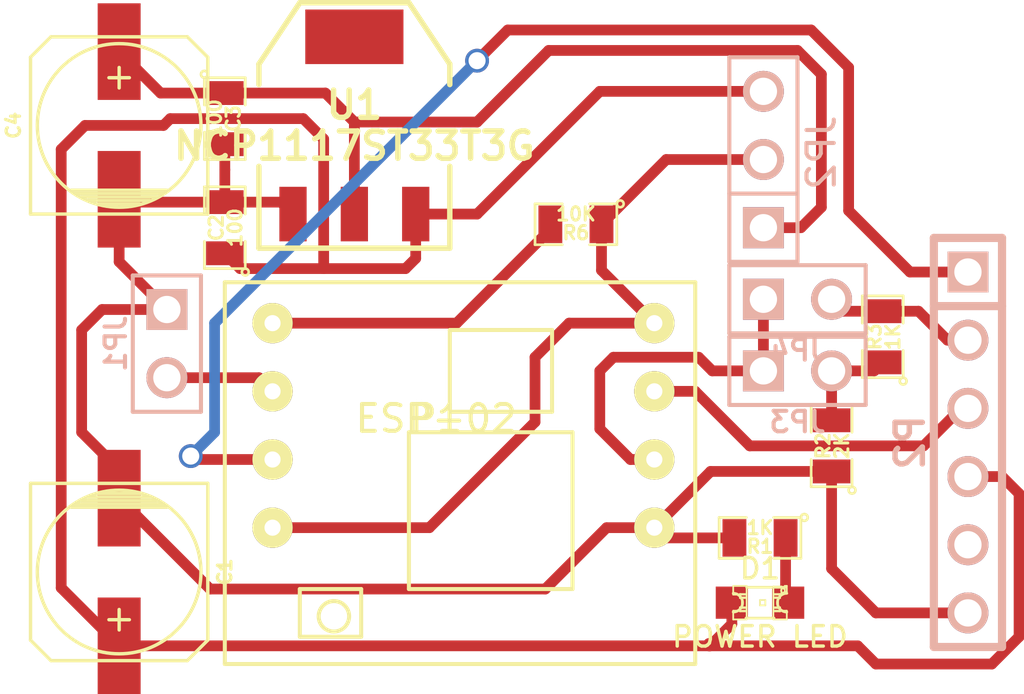
<source format=kicad_pcb>
(kicad_pcb (version 3) (host pcbnew "(2013-jul-07)-stable")

  (general
    (links 30)
    (no_connects 0)
    (area 98.62312 95.70212 137.6426 130.704258)
    (thickness 1.6)
    (drawings 0)
    (tracks 115)
    (zones 0)
    (modules 16)
    (nets 13)
  )

  (page A3)
  (layers
    (15 F.Cu signal)
    (0 B.Cu signal)
    (16 B.Adhes user)
    (17 F.Adhes user)
    (18 B.Paste user)
    (19 F.Paste user)
    (20 B.SilkS user)
    (21 F.SilkS user)
    (22 B.Mask user)
    (23 F.Mask user)
    (24 Dwgs.User user)
    (25 Cmts.User user)
    (26 Eco1.User user)
    (27 Eco2.User user)
    (28 Edge.Cuts user)
  )

  (setup
    (last_trace_width 0.4)
    (user_trace_width 0.4)
    (trace_clearance 0.254)
    (zone_clearance 0.508)
    (zone_45_only no)
    (trace_min 0.254)
    (segment_width 0.2)
    (edge_width 0.15)
    (via_size 0.889)
    (via_drill 0.635)
    (via_min_size 0.889)
    (via_min_drill 0.508)
    (uvia_size 0.508)
    (uvia_drill 0.127)
    (uvias_allowed no)
    (uvia_min_size 0.508)
    (uvia_min_drill 0.127)
    (pcb_text_width 0.3)
    (pcb_text_size 1 1)
    (mod_edge_width 0.15)
    (mod_text_size 1 1)
    (mod_text_width 0.15)
    (pad_size 1 1)
    (pad_drill 0.6)
    (pad_to_mask_clearance 0)
    (aux_axis_origin 0 0)
    (visible_elements FFFFFFBF)
    (pcbplotparams
      (layerselection 3178497)
      (usegerberextensions true)
      (excludeedgelayer true)
      (linewidth 0.150000)
      (plotframeref false)
      (viasonmask false)
      (mode 1)
      (useauxorigin false)
      (hpglpennumber 1)
      (hpglpenspeed 20)
      (hpglpendiameter 15)
      (hpglpenoverlay 2)
      (psnegative false)
      (psa4output false)
      (plotreference true)
      (plotvalue true)
      (plotothertext true)
      (plotinvisibletext false)
      (padsonsilk false)
      (subtractmaskfromsilk false)
      (outputformat 1)
      (mirror false)
      (drillshape 1)
      (scaleselection 1)
      (outputdirectory ""))
  )

  (net 0 "")
  (net 1 GND)
  (net 2 N-000001)
  (net 3 N-0000011)
  (net 4 N-0000012)
  (net 5 N-0000013)
  (net 6 N-0000014)
  (net 7 N-000002)
  (net 8 N-000003)
  (net 9 N-000004)
  (net 10 N-000006)
  (net 11 N-000008)
  (net 12 N-000009)

  (net_class Default "This is the default net class."
    (clearance 0.254)
    (trace_width 0.254)
    (via_dia 0.889)
    (via_drill 0.635)
    (uvia_dia 0.508)
    (uvia_drill 0.127)
    (add_net "")
    (add_net GND)
    (add_net N-000001)
    (add_net N-0000011)
    (add_net N-0000012)
    (add_net N-0000013)
    (add_net N-0000014)
    (add_net N-000002)
    (add_net N-000003)
    (add_net N-000004)
    (add_net N-000006)
    (add_net N-000008)
    (add_net N-000009)
  )

  (module SOT223 (layer F.Cu) (tedit 200000) (tstamp 568659BC)
    (at 197.485 129.159)
    (descr "module CMS SOT223 4 pins")
    (tags "CMS SOT")
    (path /5634A086)
    (attr smd)
    (fp_text reference U1 (at 0 -0.762) (layer F.SilkS)
      (effects (font (size 1.016 1.016) (thickness 0.2032)))
    )
    (fp_text value NCP1117ST33T3G (at 0 0.762) (layer F.SilkS)
      (effects (font (size 1.016 1.016) (thickness 0.2032)))
    )
    (fp_line (start -3.556 1.524) (end -3.556 4.572) (layer F.SilkS) (width 0.2032))
    (fp_line (start -3.556 4.572) (end 3.556 4.572) (layer F.SilkS) (width 0.2032))
    (fp_line (start 3.556 4.572) (end 3.556 1.524) (layer F.SilkS) (width 0.2032))
    (fp_line (start -3.556 -1.524) (end -3.556 -2.286) (layer F.SilkS) (width 0.2032))
    (fp_line (start -3.556 -2.286) (end -2.032 -4.572) (layer F.SilkS) (width 0.2032))
    (fp_line (start -2.032 -4.572) (end 2.032 -4.572) (layer F.SilkS) (width 0.2032))
    (fp_line (start 2.032 -4.572) (end 3.556 -2.286) (layer F.SilkS) (width 0.2032))
    (fp_line (start 3.556 -2.286) (end 3.556 -1.524) (layer F.SilkS) (width 0.2032))
    (pad 4 smd rect (at 0 -3.302) (size 3.6576 2.032)
      (layers F.Cu F.Paste F.Mask)
    )
    (pad 2 smd rect (at 0 3.302) (size 1.016 2.032)
      (layers F.Cu F.Paste F.Mask)
      (net 12 N-000009)
    )
    (pad 3 smd rect (at 2.286 3.302) (size 1.016 2.032)
      (layers F.Cu F.Paste F.Mask)
      (net 11 N-000008)
    )
    (pad 1 smd rect (at -2.286 3.302) (size 1.016 2.032)
      (layers F.Cu F.Paste F.Mask)
      (net 1 GND)
    )
    (model smd/SOT223.wrl
      (at (xyz 0 0 0))
      (scale (xyz 0.4 0.4 0.4))
      (rotate (xyz 0 0 0))
    )
  )

  (module SM0805 (layer F.Cu) (tedit 5091495C) (tstamp 568659C9)
    (at 215.265 141.097 90)
    (path /5634A1CF)
    (attr smd)
    (fp_text reference R2 (at 0 -0.3175 90) (layer F.SilkS)
      (effects (font (size 0.50038 0.50038) (thickness 0.10922)))
    )
    (fp_text value 2K (at 0 0.381 90) (layer F.SilkS)
      (effects (font (size 0.50038 0.50038) (thickness 0.10922)))
    )
    (fp_circle (center -1.651 0.762) (end -1.651 0.635) (layer F.SilkS) (width 0.09906))
    (fp_line (start -0.508 0.762) (end -1.524 0.762) (layer F.SilkS) (width 0.09906))
    (fp_line (start -1.524 0.762) (end -1.524 -0.762) (layer F.SilkS) (width 0.09906))
    (fp_line (start -1.524 -0.762) (end -0.508 -0.762) (layer F.SilkS) (width 0.09906))
    (fp_line (start 0.508 -0.762) (end 1.524 -0.762) (layer F.SilkS) (width 0.09906))
    (fp_line (start 1.524 -0.762) (end 1.524 0.762) (layer F.SilkS) (width 0.09906))
    (fp_line (start 1.524 0.762) (end 0.508 0.762) (layer F.SilkS) (width 0.09906))
    (pad 1 smd rect (at -0.9525 0 90) (size 0.889 1.397)
      (layers F.Cu F.Paste F.Mask)
      (net 1 GND)
    )
    (pad 2 smd rect (at 0.9525 0 90) (size 0.889 1.397)
      (layers F.Cu F.Paste F.Mask)
      (net 7 N-000002)
    )
    (model smd/chip_cms.wrl
      (at (xyz 0 0 0))
      (scale (xyz 0.1 0.1 0.1))
      (rotate (xyz 0 0 0))
    )
  )

  (module SM0805 (layer F.Cu) (tedit 5091495C) (tstamp 568659D6)
    (at 217.17 137.033 90)
    (path /5634A1D5)
    (attr smd)
    (fp_text reference R3 (at 0 -0.3175 90) (layer F.SilkS)
      (effects (font (size 0.50038 0.50038) (thickness 0.10922)))
    )
    (fp_text value 1K (at 0 0.381 90) (layer F.SilkS)
      (effects (font (size 0.50038 0.50038) (thickness 0.10922)))
    )
    (fp_circle (center -1.651 0.762) (end -1.651 0.635) (layer F.SilkS) (width 0.09906))
    (fp_line (start -0.508 0.762) (end -1.524 0.762) (layer F.SilkS) (width 0.09906))
    (fp_line (start -1.524 0.762) (end -1.524 -0.762) (layer F.SilkS) (width 0.09906))
    (fp_line (start -1.524 -0.762) (end -0.508 -0.762) (layer F.SilkS) (width 0.09906))
    (fp_line (start 0.508 -0.762) (end 1.524 -0.762) (layer F.SilkS) (width 0.09906))
    (fp_line (start 1.524 -0.762) (end 1.524 0.762) (layer F.SilkS) (width 0.09906))
    (fp_line (start 1.524 0.762) (end 0.508 0.762) (layer F.SilkS) (width 0.09906))
    (pad 1 smd rect (at -0.9525 0 90) (size 0.889 1.397)
      (layers F.Cu F.Paste F.Mask)
      (net 7 N-000002)
    )
    (pad 2 smd rect (at 0.9525 0 90) (size 0.889 1.397)
      (layers F.Cu F.Paste F.Mask)
      (net 8 N-000003)
    )
    (model smd/chip_cms.wrl
      (at (xyz 0 0 0))
      (scale (xyz 0.1 0.1 0.1))
      (rotate (xyz 0 0 0))
    )
  )

  (module SM0805 (layer F.Cu) (tedit 5091495C) (tstamp 568659E3)
    (at 192.659 128.905 270)
    (path /5634A978)
    (attr smd)
    (fp_text reference C3 (at 0 -0.3175 270) (layer F.SilkS)
      (effects (font (size 0.50038 0.50038) (thickness 0.10922)))
    )
    (fp_text value 100 (at 0 0.381 270) (layer F.SilkS)
      (effects (font (size 0.50038 0.50038) (thickness 0.10922)))
    )
    (fp_circle (center -1.651 0.762) (end -1.651 0.635) (layer F.SilkS) (width 0.09906))
    (fp_line (start -0.508 0.762) (end -1.524 0.762) (layer F.SilkS) (width 0.09906))
    (fp_line (start -1.524 0.762) (end -1.524 -0.762) (layer F.SilkS) (width 0.09906))
    (fp_line (start -1.524 -0.762) (end -0.508 -0.762) (layer F.SilkS) (width 0.09906))
    (fp_line (start 0.508 -0.762) (end 1.524 -0.762) (layer F.SilkS) (width 0.09906))
    (fp_line (start 1.524 -0.762) (end 1.524 0.762) (layer F.SilkS) (width 0.09906))
    (fp_line (start 1.524 0.762) (end 0.508 0.762) (layer F.SilkS) (width 0.09906))
    (pad 1 smd rect (at -0.9525 0 270) (size 0.889 1.397)
      (layers F.Cu F.Paste F.Mask)
      (net 12 N-000009)
    )
    (pad 2 smd rect (at 0.9525 0 270) (size 0.889 1.397)
      (layers F.Cu F.Paste F.Mask)
      (net 1 GND)
    )
    (model smd/chip_cms.wrl
      (at (xyz 0 0 0))
      (scale (xyz 0.1 0.1 0.1))
      (rotate (xyz 0 0 0))
    )
  )

  (module SM0805 (layer F.Cu) (tedit 5091495C) (tstamp 568659F0)
    (at 192.659 132.969 90)
    (path /5634A97E)
    (attr smd)
    (fp_text reference C2 (at 0 -0.3175 90) (layer F.SilkS)
      (effects (font (size 0.50038 0.50038) (thickness 0.10922)))
    )
    (fp_text value 100 (at 0 0.381 90) (layer F.SilkS)
      (effects (font (size 0.50038 0.50038) (thickness 0.10922)))
    )
    (fp_circle (center -1.651 0.762) (end -1.651 0.635) (layer F.SilkS) (width 0.09906))
    (fp_line (start -0.508 0.762) (end -1.524 0.762) (layer F.SilkS) (width 0.09906))
    (fp_line (start -1.524 0.762) (end -1.524 -0.762) (layer F.SilkS) (width 0.09906))
    (fp_line (start -1.524 -0.762) (end -0.508 -0.762) (layer F.SilkS) (width 0.09906))
    (fp_line (start 0.508 -0.762) (end 1.524 -0.762) (layer F.SilkS) (width 0.09906))
    (fp_line (start 1.524 -0.762) (end 1.524 0.762) (layer F.SilkS) (width 0.09906))
    (fp_line (start 1.524 0.762) (end 0.508 0.762) (layer F.SilkS) (width 0.09906))
    (pad 1 smd rect (at -0.9525 0 90) (size 0.889 1.397)
      (layers F.Cu F.Paste F.Mask)
      (net 11 N-000008)
    )
    (pad 2 smd rect (at 0.9525 0 90) (size 0.889 1.397)
      (layers F.Cu F.Paste F.Mask)
      (net 1 GND)
    )
    (model smd/chip_cms.wrl
      (at (xyz 0 0 0))
      (scale (xyz 0.1 0.1 0.1))
      (rotate (xyz 0 0 0))
    )
  )

  (module SM0805 (layer F.Cu) (tedit 5091495C) (tstamp 568659FD)
    (at 205.74 132.842 180)
    (path /5634AC24)
    (attr smd)
    (fp_text reference R6 (at 0 -0.3175 180) (layer F.SilkS)
      (effects (font (size 0.50038 0.50038) (thickness 0.10922)))
    )
    (fp_text value 10K (at 0 0.381 180) (layer F.SilkS)
      (effects (font (size 0.50038 0.50038) (thickness 0.10922)))
    )
    (fp_circle (center -1.651 0.762) (end -1.651 0.635) (layer F.SilkS) (width 0.09906))
    (fp_line (start -0.508 0.762) (end -1.524 0.762) (layer F.SilkS) (width 0.09906))
    (fp_line (start -1.524 0.762) (end -1.524 -0.762) (layer F.SilkS) (width 0.09906))
    (fp_line (start -1.524 -0.762) (end -0.508 -0.762) (layer F.SilkS) (width 0.09906))
    (fp_line (start 0.508 -0.762) (end 1.524 -0.762) (layer F.SilkS) (width 0.09906))
    (fp_line (start 1.524 -0.762) (end 1.524 0.762) (layer F.SilkS) (width 0.09906))
    (fp_line (start 1.524 0.762) (end 0.508 0.762) (layer F.SilkS) (width 0.09906))
    (pad 1 smd rect (at -0.9525 0 180) (size 0.889 1.397)
      (layers F.Cu F.Paste F.Mask)
      (net 6 N-0000014)
    )
    (pad 2 smd rect (at 0.9525 0 180) (size 0.889 1.397)
      (layers F.Cu F.Paste F.Mask)
      (net 5 N-0000013)
    )
    (model smd/chip_cms.wrl
      (at (xyz 0 0 0))
      (scale (xyz 0.1 0.1 0.1))
      (rotate (xyz 0 0 0))
    )
  )

  (module PIN_ARRAY_3X1 (layer B.Cu) (tedit 4C1130E0) (tstamp 56865A09)
    (at 212.725 130.429 90)
    (descr "Connecteur 3 pins")
    (tags "CONN DEV")
    (path /56865B66)
    (fp_text reference JP2 (at 0.254 2.159 90) (layer B.SilkS)
      (effects (font (size 1.016 1.016) (thickness 0.1524)) (justify mirror))
    )
    (fp_text value 3.3V/5V (at 0 2.159 90) (layer B.SilkS) hide
      (effects (font (size 1.016 1.016) (thickness 0.1524)) (justify mirror))
    )
    (fp_line (start -3.81 -1.27) (end -3.81 1.27) (layer B.SilkS) (width 0.1524))
    (fp_line (start -3.81 1.27) (end 3.81 1.27) (layer B.SilkS) (width 0.1524))
    (fp_line (start 3.81 1.27) (end 3.81 -1.27) (layer B.SilkS) (width 0.1524))
    (fp_line (start 3.81 -1.27) (end -3.81 -1.27) (layer B.SilkS) (width 0.1524))
    (fp_line (start -1.27 1.27) (end -1.27 -1.27) (layer B.SilkS) (width 0.1524))
    (pad 1 thru_hole rect (at -2.54 0 90) (size 1.524 1.524) (drill 1.016)
      (layers *.Cu *.Mask B.SilkS)
      (net 12 N-000009)
    )
    (pad 2 thru_hole circle (at 0 0 90) (size 1.524 1.524) (drill 1.016)
      (layers *.Cu *.Mask B.SilkS)
      (net 6 N-0000014)
    )
    (pad 3 thru_hole circle (at 2.54 0 90) (size 1.524 1.524) (drill 1.016)
      (layers *.Cu *.Mask B.SilkS)
      (net 11 N-000008)
    )
    (model pin_array/pins_array_3x1.wrl
      (at (xyz 0 0 0))
      (scale (xyz 1 1 1))
      (rotate (xyz 0 0 0))
    )
  )

  (module PIN_ARRAY_2X1 (layer B.Cu) (tedit 4565C520) (tstamp 56865A13)
    (at 190.5 137.287 270)
    (descr "Connecteurs 2 pins")
    (tags "CONN DEV")
    (path /5634AD3A)
    (fp_text reference JP1 (at 0 1.905 270) (layer B.SilkS)
      (effects (font (size 0.762 0.762) (thickness 0.1524)) (justify mirror))
    )
    (fp_text value PROG (at 0 1.905 270) (layer B.SilkS) hide
      (effects (font (size 0.762 0.762) (thickness 0.1524)) (justify mirror))
    )
    (fp_line (start -2.54 -1.27) (end -2.54 1.27) (layer B.SilkS) (width 0.1524))
    (fp_line (start -2.54 1.27) (end 2.54 1.27) (layer B.SilkS) (width 0.1524))
    (fp_line (start 2.54 1.27) (end 2.54 -1.27) (layer B.SilkS) (width 0.1524))
    (fp_line (start 2.54 -1.27) (end -2.54 -1.27) (layer B.SilkS) (width 0.1524))
    (pad 1 thru_hole rect (at -1.27 0 270) (size 1.524 1.524) (drill 1.016)
      (layers *.Cu *.Mask B.SilkS)
      (net 1 GND)
    )
    (pad 2 thru_hole circle (at 1.27 0 270) (size 1.524 1.524) (drill 1.016)
      (layers *.Cu *.Mask B.SilkS)
      (net 3 N-0000011)
    )
    (model pin_array/pins_array_2x1.wrl
      (at (xyz 0 0 0))
      (scale (xyz 1 1 1))
      (rotate (xyz 0 0 0))
    )
  )

  (module PIN_ARRAY_2X1 (layer B.Cu) (tedit 4565C520) (tstamp 56865A1D)
    (at 213.995 135.636)
    (descr "Connecteurs 2 pins")
    (tags "CONN DEV")
    (path /56865CCF)
    (fp_text reference JP4 (at 0 1.905) (layer B.SilkS)
      (effects (font (size 0.762 0.762) (thickness 0.1524)) (justify mirror))
    )
    (fp_text value 3.3V (at 0 1.905) (layer B.SilkS) hide
      (effects (font (size 0.762 0.762) (thickness 0.1524)) (justify mirror))
    )
    (fp_line (start -2.54 -1.27) (end -2.54 1.27) (layer B.SilkS) (width 0.1524))
    (fp_line (start -2.54 1.27) (end 2.54 1.27) (layer B.SilkS) (width 0.1524))
    (fp_line (start 2.54 1.27) (end 2.54 -1.27) (layer B.SilkS) (width 0.1524))
    (fp_line (start 2.54 -1.27) (end -2.54 -1.27) (layer B.SilkS) (width 0.1524))
    (pad 1 thru_hole rect (at -1.27 0) (size 1.524 1.524) (drill 1.016)
      (layers *.Cu *.Mask B.SilkS)
      (net 9 N-000004)
    )
    (pad 2 thru_hole circle (at 1.27 0) (size 1.524 1.524) (drill 1.016)
      (layers *.Cu *.Mask B.SilkS)
      (net 8 N-000003)
    )
    (model pin_array/pins_array_2x1.wrl
      (at (xyz 0 0 0))
      (scale (xyz 1 1 1))
      (rotate (xyz 0 0 0))
    )
  )

  (module PIN_ARRAY_2X1 (layer B.Cu) (tedit 4565C520) (tstamp 56865A27)
    (at 213.995 138.303)
    (descr "Connecteurs 2 pins")
    (tags "CONN DEV")
    (path /56865CDC)
    (fp_text reference JP3 (at 0 1.905) (layer B.SilkS)
      (effects (font (size 0.762 0.762) (thickness 0.1524)) (justify mirror))
    )
    (fp_text value 5V (at 0 1.905) (layer B.SilkS) hide
      (effects (font (size 0.762 0.762) (thickness 0.1524)) (justify mirror))
    )
    (fp_line (start -2.54 -1.27) (end -2.54 1.27) (layer B.SilkS) (width 0.1524))
    (fp_line (start -2.54 1.27) (end 2.54 1.27) (layer B.SilkS) (width 0.1524))
    (fp_line (start 2.54 1.27) (end 2.54 -1.27) (layer B.SilkS) (width 0.1524))
    (fp_line (start 2.54 -1.27) (end -2.54 -1.27) (layer B.SilkS) (width 0.1524))
    (pad 1 thru_hole rect (at -1.27 0) (size 1.524 1.524) (drill 1.016)
      (layers *.Cu *.Mask B.SilkS)
      (net 9 N-000004)
    )
    (pad 2 thru_hole circle (at 1.27 0) (size 1.524 1.524) (drill 1.016)
      (layers *.Cu *.Mask B.SilkS)
      (net 7 N-000002)
    )
    (model pin_array/pins_array_2x1.wrl
      (at (xyz 0 0 0))
      (scale (xyz 1 1 1))
      (rotate (xyz 0 0 0))
    )
  )

  (module PIN_ARRAY-6X1 (layer B.Cu) (tedit 41402119) (tstamp 56865A36)
    (at 220.345 140.97 270)
    (descr "Connecteur 6 pins")
    (tags "CONN DEV")
    (path /56865A2E)
    (fp_text reference P2 (at 0 2.159 270) (layer B.SilkS)
      (effects (font (size 1.016 1.016) (thickness 0.2032)) (justify mirror))
    )
    (fp_text value CONN_6 (at 0 -2.159 270) (layer B.SilkS) hide
      (effects (font (size 1.016 0.889) (thickness 0.2032)) (justify mirror))
    )
    (fp_line (start -7.62 -1.27) (end -7.62 1.27) (layer B.SilkS) (width 0.3048))
    (fp_line (start -7.62 1.27) (end 7.62 1.27) (layer B.SilkS) (width 0.3048))
    (fp_line (start 7.62 1.27) (end 7.62 -1.27) (layer B.SilkS) (width 0.3048))
    (fp_line (start 7.62 -1.27) (end -7.62 -1.27) (layer B.SilkS) (width 0.3048))
    (fp_line (start -5.08 -1.27) (end -5.08 1.27) (layer B.SilkS) (width 0.3048))
    (pad 1 thru_hole rect (at -6.35 0 270) (size 1.524 1.524) (drill 1.016)
      (layers *.Cu *.Mask B.SilkS)
      (net 4 N-0000012)
    )
    (pad 2 thru_hole circle (at -3.81 0 270) (size 1.524 1.524) (drill 1.016)
      (layers *.Cu *.Mask B.SilkS)
      (net 8 N-000003)
    )
    (pad 3 thru_hole circle (at -1.27 0 270) (size 1.524 1.524) (drill 1.016)
      (layers *.Cu *.Mask B.SilkS)
      (net 10 N-000006)
    )
    (pad 4 thru_hole circle (at 1.27 0 270) (size 1.524 1.524) (drill 1.016)
      (layers *.Cu *.Mask B.SilkS)
      (net 11 N-000008)
    )
    (pad 5 thru_hole circle (at 3.81 0 270) (size 1.524 1.524) (drill 1.016)
      (layers *.Cu *.Mask B.SilkS)
    )
    (pad 6 thru_hole circle (at 6.35 0 270) (size 1.524 1.524) (drill 1.016)
      (layers *.Cu *.Mask B.SilkS)
      (net 1 GND)
    )
    (model pin_array/pins_array_6x1.wrl
      (at (xyz 0 0 0))
      (scale (xyz 1 1 1))
      (rotate (xyz 0 0 0))
    )
  )

  (module esp-02 (layer F.Cu) (tedit 5546E14D) (tstamp 56865A53)
    (at 200.533 140.081 180)
    (path /5634A043)
    (fp_text reference P1 (at 0 0 180) (layer F.SilkS)
      (effects (font (size 1 1) (thickness 0.15)))
    )
    (fp_text value ESP-02 (at 0 0 180) (layer F.SilkS)
      (effects (font (size 1 1) (thickness 0.15)))
    )
    (fp_circle (center 3.81 -7.366) (end 4.318 -7.112) (layer F.SilkS) (width 0.15))
    (fp_line (start 2.794 -8.128) (end 2.794 -6.35) (layer F.SilkS) (width 0.15))
    (fp_line (start 2.794 -6.35) (end 5.08 -6.35) (layer F.SilkS) (width 0.15))
    (fp_line (start 5.08 -6.35) (end 5.08 -8.128) (layer F.SilkS) (width 0.15))
    (fp_line (start 5.08 -8.128) (end 2.794 -8.128) (layer F.SilkS) (width 0.15))
    (fp_line (start -5.08 -6.35) (end -5.08 -0.508) (layer F.SilkS) (width 0.15))
    (fp_line (start -5.08 -0.508) (end 1.016 -0.508) (layer F.SilkS) (width 0.15))
    (fp_line (start 1.016 -0.508) (end 1.016 -6.35) (layer F.SilkS) (width 0.15))
    (fp_line (start 1.016 -6.35) (end -5.08 -6.35) (layer F.SilkS) (width 0.15))
    (fp_line (start -4.318 3.302) (end -4.318 0.254) (layer F.SilkS) (width 0.15))
    (fp_line (start -4.318 0.254) (end -0.508 0.254) (layer F.SilkS) (width 0.15))
    (fp_line (start -0.508 0.254) (end -0.508 3.302) (layer F.SilkS) (width 0.15))
    (fp_line (start -0.508 3.302) (end -4.318 3.302) (layer F.SilkS) (width 0.15))
    (fp_line (start -9.652 5.08) (end 7.874 5.08) (layer F.SilkS) (width 0.15))
    (fp_line (start 7.874 5.08) (end 7.874 -9.144) (layer F.SilkS) (width 0.15))
    (fp_line (start 7.874 -9.144) (end -9.652 -9.144) (layer F.SilkS) (width 0.15))
    (fp_line (start -9.652 5.08) (end -9.652 -9.144) (layer F.SilkS) (width 0.15))
    (pad 1 thru_hole circle (at -8.128 -4.064 180) (size 1.5 1.5) (drill 0.6)
      (layers *.Cu *.Mask F.SilkS)
      (net 1 GND)
    )
    (pad 2 thru_hole circle (at 6.096 -4.064 180) (size 1.5 1.5) (drill 0.6)
      (layers *.Cu *.Mask F.SilkS)
      (net 6 N-0000014)
    )
    (pad 3 thru_hole circle (at -8.128 -1.524 180) (size 1.5 1.5) (drill 0.6)
      (layers *.Cu *.Mask F.SilkS)
      (net 9 N-000004)
    )
    (pad 4 thru_hole circle (at 6.096 -1.524 180) (size 1.5 1.5) (drill 0.6)
      (layers *.Cu *.Mask F.SilkS)
      (net 4 N-0000012)
    )
    (pad 5 thru_hole circle (at -8.128 1.016 180) (size 1.5 1.5) (drill 0.6)
      (layers *.Cu *.Mask F.SilkS)
      (net 10 N-000006)
    )
    (pad 6 thru_hole circle (at 6.096 1.016 180) (size 1.5 1.5) (drill 0.6)
      (layers *.Cu *.Mask F.SilkS)
      (net 3 N-0000011)
    )
    (pad 7 thru_hole circle (at -8.128 3.556 180) (size 1.5 1.5) (drill 0.6)
      (layers *.Cu *.Mask F.SilkS)
    )
    (pad 8 thru_hole circle (at 6.096 3.556 180) (size 1.5 1.5) (drill 0.6)
      (layers *.Cu *.Mask F.SilkS)
      (net 5 N-0000013)
    )
  )

  (module c_elec_6.3x4.5 (layer F.Cu) (tedit 49F5C062) (tstamp 56865A67)
    (at 188.722 145.796 270)
    (descr "SMT capacitor, aluminium electrolytic, 6.3x4.5")
    (path /5634A995)
    (fp_text reference C1 (at 0 -3.937 270) (layer F.SilkS)
      (effects (font (size 0.50038 0.50038) (thickness 0.11938)))
    )
    (fp_text value 10 (at 0 3.81 270) (layer F.SilkS) hide
      (effects (font (size 0.50038 0.50038) (thickness 0.11938)))
    )
    (fp_line (start -2.921 -0.762) (end -2.921 0.762) (layer F.SilkS) (width 0.127))
    (fp_line (start -2.794 1.143) (end -2.794 -1.143) (layer F.SilkS) (width 0.127))
    (fp_line (start -2.667 -1.397) (end -2.667 1.397) (layer F.SilkS) (width 0.127))
    (fp_line (start -2.54 1.651) (end -2.54 -1.651) (layer F.SilkS) (width 0.127))
    (fp_line (start -2.413 -1.778) (end -2.413 1.778) (layer F.SilkS) (width 0.127))
    (fp_circle (center 0 0) (end -3.048 0) (layer F.SilkS) (width 0.127))
    (fp_line (start -3.302 -3.302) (end -3.302 3.302) (layer F.SilkS) (width 0.127))
    (fp_line (start -3.302 3.302) (end 2.54 3.302) (layer F.SilkS) (width 0.127))
    (fp_line (start 2.54 3.302) (end 3.302 2.54) (layer F.SilkS) (width 0.127))
    (fp_line (start 3.302 2.54) (end 3.302 -2.54) (layer F.SilkS) (width 0.127))
    (fp_line (start 3.302 -2.54) (end 2.54 -3.302) (layer F.SilkS) (width 0.127))
    (fp_line (start 2.54 -3.302) (end -3.302 -3.302) (layer F.SilkS) (width 0.127))
    (fp_line (start 2.159 0) (end 1.397 0) (layer F.SilkS) (width 0.127))
    (fp_line (start 1.778 -0.381) (end 1.778 0.381) (layer F.SilkS) (width 0.127))
    (pad 1 smd rect (at 2.75082 0 270) (size 3.59918 1.6002)
      (layers F.Cu F.Paste F.Mask)
      (net 11 N-000008)
    )
    (pad 2 smd rect (at -2.75082 0 270) (size 3.59918 1.6002)
      (layers F.Cu F.Paste F.Mask)
      (net 1 GND)
    )
    (model smd/capacitors/c_elec_6_3x4_5.wrl
      (at (xyz 0 0 0))
      (scale (xyz 1 1 1))
      (rotate (xyz 0 0 0))
    )
  )

  (module SM0805 (layer F.Cu) (tedit 5091495C) (tstamp 5686618E)
    (at 212.598 144.526 180)
    (path /56866105)
    (attr smd)
    (fp_text reference R1 (at 0 -0.3175 180) (layer F.SilkS)
      (effects (font (size 0.50038 0.50038) (thickness 0.10922)))
    )
    (fp_text value 1K (at 0 0.381 180) (layer F.SilkS)
      (effects (font (size 0.50038 0.50038) (thickness 0.10922)))
    )
    (fp_circle (center -1.651 0.762) (end -1.651 0.635) (layer F.SilkS) (width 0.09906))
    (fp_line (start -0.508 0.762) (end -1.524 0.762) (layer F.SilkS) (width 0.09906))
    (fp_line (start -1.524 0.762) (end -1.524 -0.762) (layer F.SilkS) (width 0.09906))
    (fp_line (start -1.524 -0.762) (end -0.508 -0.762) (layer F.SilkS) (width 0.09906))
    (fp_line (start 0.508 -0.762) (end 1.524 -0.762) (layer F.SilkS) (width 0.09906))
    (fp_line (start 1.524 -0.762) (end 1.524 0.762) (layer F.SilkS) (width 0.09906))
    (fp_line (start 1.524 0.762) (end 0.508 0.762) (layer F.SilkS) (width 0.09906))
    (pad 1 smd rect (at -0.9525 0 180) (size 0.889 1.397)
      (layers F.Cu F.Paste F.Mask)
      (net 2 N-000001)
    )
    (pad 2 smd rect (at 0.9525 0 180) (size 0.889 1.397)
      (layers F.Cu F.Paste F.Mask)
      (net 1 GND)
    )
    (model smd/chip_cms.wrl
      (at (xyz 0 0 0))
      (scale (xyz 0.1 0.1 0.1))
      (rotate (xyz 0 0 0))
    )
  )

  (module LED-0805 (layer F.Cu) (tedit 49DC4C0B) (tstamp 56866120)
    (at 212.598 146.939)
    (descr "LED 0805 smd package")
    (tags "LED 0805 SMD")
    (path /568660F8)
    (attr smd)
    (fp_text reference D1 (at 0 -1.27) (layer F.SilkS)
      (effects (font (size 0.762 0.762) (thickness 0.127)))
    )
    (fp_text value "POWER LED" (at 0 1.27) (layer F.SilkS)
      (effects (font (size 0.762 0.762) (thickness 0.127)))
    )
    (fp_line (start 0.49784 0.29972) (end 0.49784 0.62484) (layer F.SilkS) (width 0.06604))
    (fp_line (start 0.49784 0.62484) (end 0.99822 0.62484) (layer F.SilkS) (width 0.06604))
    (fp_line (start 0.99822 0.29972) (end 0.99822 0.62484) (layer F.SilkS) (width 0.06604))
    (fp_line (start 0.49784 0.29972) (end 0.99822 0.29972) (layer F.SilkS) (width 0.06604))
    (fp_line (start 0.49784 -0.32258) (end 0.49784 -0.17272) (layer F.SilkS) (width 0.06604))
    (fp_line (start 0.49784 -0.17272) (end 0.7493 -0.17272) (layer F.SilkS) (width 0.06604))
    (fp_line (start 0.7493 -0.32258) (end 0.7493 -0.17272) (layer F.SilkS) (width 0.06604))
    (fp_line (start 0.49784 -0.32258) (end 0.7493 -0.32258) (layer F.SilkS) (width 0.06604))
    (fp_line (start 0.49784 0.17272) (end 0.49784 0.32258) (layer F.SilkS) (width 0.06604))
    (fp_line (start 0.49784 0.32258) (end 0.7493 0.32258) (layer F.SilkS) (width 0.06604))
    (fp_line (start 0.7493 0.17272) (end 0.7493 0.32258) (layer F.SilkS) (width 0.06604))
    (fp_line (start 0.49784 0.17272) (end 0.7493 0.17272) (layer F.SilkS) (width 0.06604))
    (fp_line (start 0.49784 -0.19812) (end 0.49784 0.19812) (layer F.SilkS) (width 0.06604))
    (fp_line (start 0.49784 0.19812) (end 0.6731 0.19812) (layer F.SilkS) (width 0.06604))
    (fp_line (start 0.6731 -0.19812) (end 0.6731 0.19812) (layer F.SilkS) (width 0.06604))
    (fp_line (start 0.49784 -0.19812) (end 0.6731 -0.19812) (layer F.SilkS) (width 0.06604))
    (fp_line (start -0.99822 0.29972) (end -0.99822 0.62484) (layer F.SilkS) (width 0.06604))
    (fp_line (start -0.99822 0.62484) (end -0.49784 0.62484) (layer F.SilkS) (width 0.06604))
    (fp_line (start -0.49784 0.29972) (end -0.49784 0.62484) (layer F.SilkS) (width 0.06604))
    (fp_line (start -0.99822 0.29972) (end -0.49784 0.29972) (layer F.SilkS) (width 0.06604))
    (fp_line (start -0.99822 -0.62484) (end -0.99822 -0.29972) (layer F.SilkS) (width 0.06604))
    (fp_line (start -0.99822 -0.29972) (end -0.49784 -0.29972) (layer F.SilkS) (width 0.06604))
    (fp_line (start -0.49784 -0.62484) (end -0.49784 -0.29972) (layer F.SilkS) (width 0.06604))
    (fp_line (start -0.99822 -0.62484) (end -0.49784 -0.62484) (layer F.SilkS) (width 0.06604))
    (fp_line (start -0.7493 0.17272) (end -0.7493 0.32258) (layer F.SilkS) (width 0.06604))
    (fp_line (start -0.7493 0.32258) (end -0.49784 0.32258) (layer F.SilkS) (width 0.06604))
    (fp_line (start -0.49784 0.17272) (end -0.49784 0.32258) (layer F.SilkS) (width 0.06604))
    (fp_line (start -0.7493 0.17272) (end -0.49784 0.17272) (layer F.SilkS) (width 0.06604))
    (fp_line (start -0.7493 -0.32258) (end -0.7493 -0.17272) (layer F.SilkS) (width 0.06604))
    (fp_line (start -0.7493 -0.17272) (end -0.49784 -0.17272) (layer F.SilkS) (width 0.06604))
    (fp_line (start -0.49784 -0.32258) (end -0.49784 -0.17272) (layer F.SilkS) (width 0.06604))
    (fp_line (start -0.7493 -0.32258) (end -0.49784 -0.32258) (layer F.SilkS) (width 0.06604))
    (fp_line (start -0.6731 -0.19812) (end -0.6731 0.19812) (layer F.SilkS) (width 0.06604))
    (fp_line (start -0.6731 0.19812) (end -0.49784 0.19812) (layer F.SilkS) (width 0.06604))
    (fp_line (start -0.49784 -0.19812) (end -0.49784 0.19812) (layer F.SilkS) (width 0.06604))
    (fp_line (start -0.6731 -0.19812) (end -0.49784 -0.19812) (layer F.SilkS) (width 0.06604))
    (fp_line (start 0 -0.09906) (end 0 0.09906) (layer F.SilkS) (width 0.06604))
    (fp_line (start 0 0.09906) (end 0.19812 0.09906) (layer F.SilkS) (width 0.06604))
    (fp_line (start 0.19812 -0.09906) (end 0.19812 0.09906) (layer F.SilkS) (width 0.06604))
    (fp_line (start 0 -0.09906) (end 0.19812 -0.09906) (layer F.SilkS) (width 0.06604))
    (fp_line (start 0.49784 -0.59944) (end 0.49784 -0.29972) (layer F.SilkS) (width 0.06604))
    (fp_line (start 0.49784 -0.29972) (end 0.79756 -0.29972) (layer F.SilkS) (width 0.06604))
    (fp_line (start 0.79756 -0.59944) (end 0.79756 -0.29972) (layer F.SilkS) (width 0.06604))
    (fp_line (start 0.49784 -0.59944) (end 0.79756 -0.59944) (layer F.SilkS) (width 0.06604))
    (fp_line (start 0.92456 -0.62484) (end 0.92456 -0.39878) (layer F.SilkS) (width 0.06604))
    (fp_line (start 0.92456 -0.39878) (end 0.99822 -0.39878) (layer F.SilkS) (width 0.06604))
    (fp_line (start 0.99822 -0.62484) (end 0.99822 -0.39878) (layer F.SilkS) (width 0.06604))
    (fp_line (start 0.92456 -0.62484) (end 0.99822 -0.62484) (layer F.SilkS) (width 0.06604))
    (fp_line (start 0.52324 0.57404) (end -0.52324 0.57404) (layer F.SilkS) (width 0.1016))
    (fp_line (start -0.49784 -0.57404) (end 0.92456 -0.57404) (layer F.SilkS) (width 0.1016))
    (fp_circle (center 0.84836 -0.44958) (end 0.89916 -0.50038) (layer F.SilkS) (width 0.0508))
    (fp_arc (start 0.99822 0) (end 0.99822 0.34798) (angle 180) (layer F.SilkS) (width 0.1016))
    (fp_arc (start -0.99822 0) (end -0.99822 -0.34798) (angle 180) (layer F.SilkS) (width 0.1016))
    (pad 1 smd rect (at -1.04902 0) (size 1.19888 1.19888)
      (layers F.Cu F.Paste F.Mask)
      (net 11 N-000008)
    )
    (pad 2 smd rect (at 1.04902 0) (size 1.19888 1.19888)
      (layers F.Cu F.Paste F.Mask)
      (net 2 N-000001)
    )
  )

  (module c_elec_6.3x4.5 (layer F.Cu) (tedit 49F5C062) (tstamp 570A5B06)
    (at 188.722 129.159 90)
    (descr "SMT capacitor, aluminium electrolytic, 6.3x4.5")
    (path /570A5A75)
    (fp_text reference C4 (at 0 -3.937 90) (layer F.SilkS)
      (effects (font (size 0.50038 0.50038) (thickness 0.11938)))
    )
    (fp_text value 10 (at 0 3.81 90) (layer F.SilkS) hide
      (effects (font (size 0.50038 0.50038) (thickness 0.11938)))
    )
    (fp_line (start -2.921 -0.762) (end -2.921 0.762) (layer F.SilkS) (width 0.127))
    (fp_line (start -2.794 1.143) (end -2.794 -1.143) (layer F.SilkS) (width 0.127))
    (fp_line (start -2.667 -1.397) (end -2.667 1.397) (layer F.SilkS) (width 0.127))
    (fp_line (start -2.54 1.651) (end -2.54 -1.651) (layer F.SilkS) (width 0.127))
    (fp_line (start -2.413 -1.778) (end -2.413 1.778) (layer F.SilkS) (width 0.127))
    (fp_circle (center 0 0) (end -3.048 0) (layer F.SilkS) (width 0.127))
    (fp_line (start -3.302 -3.302) (end -3.302 3.302) (layer F.SilkS) (width 0.127))
    (fp_line (start -3.302 3.302) (end 2.54 3.302) (layer F.SilkS) (width 0.127))
    (fp_line (start 2.54 3.302) (end 3.302 2.54) (layer F.SilkS) (width 0.127))
    (fp_line (start 3.302 2.54) (end 3.302 -2.54) (layer F.SilkS) (width 0.127))
    (fp_line (start 3.302 -2.54) (end 2.54 -3.302) (layer F.SilkS) (width 0.127))
    (fp_line (start 2.54 -3.302) (end -3.302 -3.302) (layer F.SilkS) (width 0.127))
    (fp_line (start 2.159 0) (end 1.397 0) (layer F.SilkS) (width 0.127))
    (fp_line (start 1.778 -0.381) (end 1.778 0.381) (layer F.SilkS) (width 0.127))
    (pad 1 smd rect (at 2.75082 0 90) (size 3.59918 1.6002)
      (layers F.Cu F.Paste F.Mask)
      (net 12 N-000009)
    )
    (pad 2 smd rect (at -2.75082 0 90) (size 3.59918 1.6002)
      (layers F.Cu F.Paste F.Mask)
      (net 1 GND)
    )
    (model smd/capacitors/c_elec_6_3x4_5.wrl
      (at (xyz 0 0 0))
      (scale (xyz 1 1 1))
      (rotate (xyz 0 0 0))
    )
  )

  (segment (start 192.659 132.0165) (end 194.7545 132.0165) (width 0.4) (layer F.Cu) (net 1))
  (segment (start 194.7545 132.0165) (end 195.199 132.461) (width 0.4) (layer F.Cu) (net 1) (tstamp 570A5C13))
  (segment (start 188.722 131.90982) (end 188.722 134.239) (width 0.4) (layer F.Cu) (net 1))
  (segment (start 188.722 134.239) (end 190.5 136.017) (width 0.4) (layer F.Cu) (net 1) (tstamp 570A5C0F))
  (segment (start 192.659 132.0165) (end 188.82868 132.0165) (width 0.4) (layer F.Cu) (net 1))
  (segment (start 188.82868 132.0165) (end 188.722 131.90982) (width 0.4) (layer F.Cu) (net 1) (tstamp 570A5C08))
  (segment (start 192.659 129.8575) (end 192.659 130.81) (width 0.4) (layer F.Cu) (net 1))
  (segment (start 192.659 130.81) (end 192.659 132.0165) (width 0.4) (layer F.Cu) (net 1) (tstamp 570A5C04))
  (segment (start 211.6455 144.526) (end 209.042 144.526) (width 0.4) (layer F.Cu) (net 1))
  (segment (start 209.042 144.526) (end 208.661 144.145) (width 0.4) (layer F.Cu) (net 1) (tstamp 5686618F))
  (segment (start 208.661 144.145) (end 206.883 144.145) (width 0.4) (layer F.Cu) (net 1))
  (segment (start 192.10782 146.431) (end 188.722 143.04518) (width 0.4) (layer F.Cu) (net 1) (tstamp 56865DD1))
  (segment (start 204.597 146.431) (end 192.10782 146.431) (width 0.4) (layer F.Cu) (net 1) (tstamp 56865DCF))
  (segment (start 206.883 144.145) (end 204.597 146.431) (width 0.4) (layer F.Cu) (net 1) (tstamp 56865DCD))
  (segment (start 220.345 147.32) (end 216.916 147.32) (width 0.4) (layer F.Cu) (net 1))
  (segment (start 215.265 145.669) (end 215.265 142.0495) (width 0.4) (layer F.Cu) (net 1) (tstamp 56865DC9))
  (segment (start 216.916 147.32) (end 215.265 145.669) (width 0.4) (layer F.Cu) (net 1) (tstamp 56865DC7))
  (segment (start 188.722 143.04518) (end 188.722 141.986) (width 0.4) (layer F.Cu) (net 1))
  (segment (start 188.087 136.017) (end 190.5 136.017) (width 0.4) (layer F.Cu) (net 1) (tstamp 56865D6F))
  (segment (start 187.325 136.779) (end 188.087 136.017) (width 0.4) (layer F.Cu) (net 1) (tstamp 56865D6E))
  (segment (start 187.325 140.589) (end 187.325 136.779) (width 0.4) (layer F.Cu) (net 1) (tstamp 56865D6D))
  (segment (start 188.722 141.986) (end 187.325 140.589) (width 0.4) (layer F.Cu) (net 1) (tstamp 56865D6C))
  (segment (start 215.265 142.0495) (end 210.7565 142.0495) (width 0.4) (layer F.Cu) (net 1))
  (segment (start 210.7565 142.0495) (end 208.661 144.145) (width 0.4) (layer F.Cu) (net 1) (tstamp 56865D5E))
  (segment (start 213.5505 144.526) (end 213.5505 146.84248) (width 0.4) (layer F.Cu) (net 2))
  (segment (start 213.5505 146.84248) (end 213.64702 146.939) (width 0.4) (layer F.Cu) (net 2) (tstamp 56866192))
  (segment (start 190.5 138.557) (end 193.929 138.557) (width 0.4) (layer F.Cu) (net 3))
  (segment (start 193.929 138.557) (end 194.437 139.065) (width 0.4) (layer F.Cu) (net 3) (tstamp 56865D11))
  (segment (start 194.437 141.605) (end 191.516 141.605) (width 0.4) (layer F.Cu) (net 4))
  (segment (start 218.186 134.62) (end 220.345 134.62) (width 0.4) (layer F.Cu) (net 4) (tstamp 56865E06))
  (segment (start 215.9 132.334) (end 218.186 134.62) (width 0.4) (layer F.Cu) (net 4) (tstamp 56865E04))
  (segment (start 215.9 127) (end 215.9 132.334) (width 0.4) (layer F.Cu) (net 4) (tstamp 56865E03))
  (segment (start 214.503 125.603) (end 215.9 127) (width 0.4) (layer F.Cu) (net 4) (tstamp 56865E01))
  (segment (start 203.2 125.603) (end 214.503 125.603) (width 0.4) (layer F.Cu) (net 4) (tstamp 56865E00))
  (segment (start 202.057 126.746) (end 203.2 125.603) (width 0.4) (layer F.Cu) (net 4) (tstamp 56865DFF))
  (via (at 202.057 126.746) (size 0.889) (layers F.Cu B.Cu) (net 4))
  (segment (start 192.278 136.525) (end 202.057 126.746) (width 0.4) (layer B.Cu) (net 4) (tstamp 56865DFC))
  (segment (start 192.278 140.589) (end 192.278 136.525) (width 0.4) (layer B.Cu) (net 4) (tstamp 56865DFB))
  (segment (start 191.389 141.478) (end 192.278 140.589) (width 0.4) (layer B.Cu) (net 4) (tstamp 56865DFA))
  (via (at 191.389 141.478) (size 0.889) (layers F.Cu B.Cu) (net 4))
  (segment (start 191.516 141.605) (end 191.389 141.478) (width 0.4) (layer F.Cu) (net 4) (tstamp 56865DF8))
  (segment (start 204.7875 132.842) (end 204.7875 133.0325) (width 0.4) (layer F.Cu) (net 5))
  (segment (start 201.295 136.525) (end 194.437 136.525) (width 0.4) (layer F.Cu) (net 5) (tstamp 56865CDC))
  (segment (start 204.7875 133.0325) (end 201.295 136.525) (width 0.4) (layer F.Cu) (net 5) (tstamp 56865CDB))
  (segment (start 212.725 130.429) (end 209.1055 130.429) (width 0.4) (layer F.Cu) (net 6))
  (segment (start 209.1055 130.429) (end 206.6925 132.842) (width 0.4) (layer F.Cu) (net 6) (tstamp 56865DAE))
  (segment (start 194.437 144.145) (end 200.279 144.145) (width 0.4) (layer F.Cu) (net 6))
  (segment (start 205.486 136.525) (end 208.661 136.525) (width 0.4) (layer F.Cu) (net 6) (tstamp 56865D1A))
  (segment (start 204.216 137.795) (end 205.486 136.525) (width 0.4) (layer F.Cu) (net 6) (tstamp 56865D19))
  (segment (start 204.216 140.208) (end 204.216 137.795) (width 0.4) (layer F.Cu) (net 6) (tstamp 56865D17))
  (segment (start 200.279 144.145) (end 204.216 140.208) (width 0.4) (layer F.Cu) (net 6) (tstamp 56865D15))
  (segment (start 206.6925 132.842) (end 206.6925 134.5565) (width 0.4) (layer F.Cu) (net 6))
  (segment (start 206.6925 134.5565) (end 208.661 136.525) (width 0.4) (layer F.Cu) (net 6) (tstamp 56865CE0))
  (segment (start 215.265 138.303) (end 215.265 140.1445) (width 0.4) (layer F.Cu) (net 7))
  (segment (start 215.265 138.303) (end 216.8525 138.303) (width 0.4) (layer F.Cu) (net 7))
  (segment (start 216.8525 138.303) (end 217.17 137.9855) (width 0.4) (layer F.Cu) (net 7) (tstamp 56865D59))
  (segment (start 217.17 136.0805) (end 215.7095 136.0805) (width 0.4) (layer F.Cu) (net 8))
  (segment (start 215.7095 136.0805) (end 215.265 135.636) (width 0.4) (layer F.Cu) (net 8) (tstamp 56865D66))
  (segment (start 220.345 137.16) (end 219.583 137.16) (width 0.4) (layer F.Cu) (net 8))
  (segment (start 218.5035 136.0805) (end 217.17 136.0805) (width 0.4) (layer F.Cu) (net 8) (tstamp 56865D63))
  (segment (start 219.583 137.16) (end 218.5035 136.0805) (width 0.4) (layer F.Cu) (net 8) (tstamp 56865D62))
  (segment (start 212.725 135.636) (end 212.725 138.303) (width 0.4) (layer F.Cu) (net 9))
  (segment (start 212.725 138.303) (end 210.82 138.303) (width 0.4) (layer F.Cu) (net 9))
  (segment (start 207.772 141.605) (end 208.661 141.605) (width 0.4) (layer F.Cu) (net 9) (tstamp 56865D53))
  (segment (start 206.629 140.462) (end 207.772 141.605) (width 0.4) (layer F.Cu) (net 9) (tstamp 56865D52))
  (segment (start 206.629 138.303) (end 206.629 140.462) (width 0.4) (layer F.Cu) (net 9) (tstamp 56865D51))
  (segment (start 207.137 137.795) (end 206.629 138.303) (width 0.4) (layer F.Cu) (net 9) (tstamp 56865D50))
  (segment (start 210.312 137.795) (end 207.137 137.795) (width 0.4) (layer F.Cu) (net 9) (tstamp 56865D4F))
  (segment (start 210.82 138.303) (end 210.312 137.795) (width 0.4) (layer F.Cu) (net 9) (tstamp 56865D4E))
  (segment (start 220.345 139.7) (end 220.091 139.7) (width 0.4) (layer F.Cu) (net 10))
  (segment (start 210.185 139.065) (end 208.661 139.065) (width 0.4) (layer F.Cu) (net 10) (tstamp 56865D4B))
  (segment (start 212.217 141.097) (end 210.185 139.065) (width 0.4) (layer F.Cu) (net 10) (tstamp 56865D49))
  (segment (start 218.694 141.097) (end 212.217 141.097) (width 0.4) (layer F.Cu) (net 10) (tstamp 56865D48))
  (segment (start 220.091 139.7) (end 218.694 141.097) (width 0.4) (layer F.Cu) (net 10) (tstamp 56865D47))
  (segment (start 196.342 134.493) (end 196.342 129.667) (width 0.4) (layer F.Cu) (net 11))
  (segment (start 186.563 146.38782) (end 188.722 148.54682) (width 0.4) (layer F.Cu) (net 11) (tstamp 570A5C44))
  (segment (start 186.563 130.048) (end 186.563 146.38782) (width 0.4) (layer F.Cu) (net 11) (tstamp 570A5C3E))
  (segment (start 187.452 129.159) (end 186.563 130.048) (width 0.4) (layer F.Cu) (net 11) (tstamp 570A5C3D))
  (segment (start 190.373 129.159) (end 187.452 129.159) (width 0.4) (layer F.Cu) (net 11) (tstamp 570A5C3A))
  (segment (start 190.627 128.905) (end 190.373 129.159) (width 0.4) (layer F.Cu) (net 11) (tstamp 570A5C35))
  (segment (start 195.58 128.905) (end 190.627 128.905) (width 0.4) (layer F.Cu) (net 11) (tstamp 570A5C30))
  (segment (start 196.342 129.667) (end 195.58 128.905) (width 0.4) (layer F.Cu) (net 11) (tstamp 570A5C2E))
  (segment (start 199.771 132.461) (end 199.771 134.112) (width 0.4) (layer F.Cu) (net 11))
  (segment (start 193.2305 134.493) (end 192.659 133.9215) (width 0.4) (layer F.Cu) (net 11) (tstamp 570A5C23))
  (segment (start 199.39 134.493) (end 196.342 134.493) (width 0.4) (layer F.Cu) (net 11) (tstamp 570A5C21))
  (segment (start 196.342 134.493) (end 193.2305 134.493) (width 0.4) (layer F.Cu) (net 11) (tstamp 570A5C2C))
  (segment (start 199.771 134.112) (end 199.39 134.493) (width 0.4) (layer F.Cu) (net 11) (tstamp 570A5C20))
  (segment (start 211.54898 146.939) (end 211.54898 147.73402) (width 0.4) (layer F.Cu) (net 11))
  (segment (start 210.693 148.463) (end 210.693 148.54682) (width 0.4) (layer F.Cu) (net 11) (tstamp 56866198))
  (segment (start 210.73618 148.50618) (end 210.693 148.463) (width 0.4) (layer F.Cu) (net 11) (tstamp 56866197))
  (segment (start 210.73618 148.54682) (end 210.73618 148.50618) (width 0.4) (layer F.Cu) (net 11) (tstamp 56866196))
  (segment (start 211.54898 147.73402) (end 210.73618 148.54682) (width 0.4) (layer F.Cu) (net 11) (tstamp 56866195))
  (segment (start 188.722 148.54682) (end 210.693 148.54682) (width 0.4) (layer F.Cu) (net 11))
  (segment (start 210.693 148.54682) (end 216.23782 148.54682) (width 0.4) (layer F.Cu) (net 11) (tstamp 56866199))
  (segment (start 216.23782 148.54682) (end 216.916 149.225) (width 0.4) (layer F.Cu) (net 11) (tstamp 56865DBE))
  (segment (start 216.916 149.225) (end 221.234 149.225) (width 0.4) (layer F.Cu) (net 11) (tstamp 56865DBF))
  (segment (start 221.234 149.225) (end 222.25 148.209) (width 0.4) (layer F.Cu) (net 11) (tstamp 56865DC0))
  (segment (start 222.25 148.209) (end 222.25 142.875) (width 0.4) (layer F.Cu) (net 11) (tstamp 56865DC2))
  (segment (start 222.25 142.875) (end 221.615 142.24) (width 0.4) (layer F.Cu) (net 11) (tstamp 56865DC3))
  (segment (start 221.615 142.24) (end 220.345 142.24) (width 0.4) (layer F.Cu) (net 11) (tstamp 56865DC4))
  (segment (start 212.725 127.889) (end 206.629 127.889) (width 0.4) (layer F.Cu) (net 11))
  (segment (start 202.057 132.461) (end 199.771 132.461) (width 0.4) (layer F.Cu) (net 11) (tstamp 56865DAA))
  (segment (start 206.629 127.889) (end 202.057 132.461) (width 0.4) (layer F.Cu) (net 11) (tstamp 56865DA8))
  (segment (start 192.659 127.9525) (end 196.4055 127.9525) (width 0.4) (layer F.Cu) (net 12))
  (segment (start 196.4055 127.9525) (end 197.485 129.032) (width 0.4) (layer F.Cu) (net 12) (tstamp 570A5C1D))
  (segment (start 192.659 127.9525) (end 190.26632 127.9525) (width 0.4) (layer F.Cu) (net 12))
  (segment (start 190.26632 127.9525) (end 188.722 126.40818) (width 0.4) (layer F.Cu) (net 12) (tstamp 570A5C1A))
  (segment (start 212.725 132.969) (end 214.122 132.969) (width 0.4) (layer F.Cu) (net 12))
  (segment (start 214.122 132.969) (end 214.884 132.207) (width 0.4) (layer F.Cu) (net 12) (tstamp 56865DB2))
  (segment (start 214.884 132.207) (end 214.884 127.254) (width 0.4) (layer F.Cu) (net 12) (tstamp 56865DB3))
  (segment (start 214.884 127.254) (end 213.995 126.365) (width 0.4) (layer F.Cu) (net 12) (tstamp 56865DB4))
  (segment (start 213.995 126.365) (end 204.724 126.365) (width 0.4) (layer F.Cu) (net 12) (tstamp 56865DB5))
  (segment (start 204.724 126.365) (end 202.057 129.032) (width 0.4) (layer F.Cu) (net 12) (tstamp 56865DB6))
  (segment (start 202.057 129.032) (end 197.485 129.032) (width 0.4) (layer F.Cu) (net 12) (tstamp 56865DB8))
  (segment (start 197.485 129.032) (end 197.485 132.461) (width 0.4) (layer F.Cu) (net 12) (tstamp 56865DBC))

)

</source>
